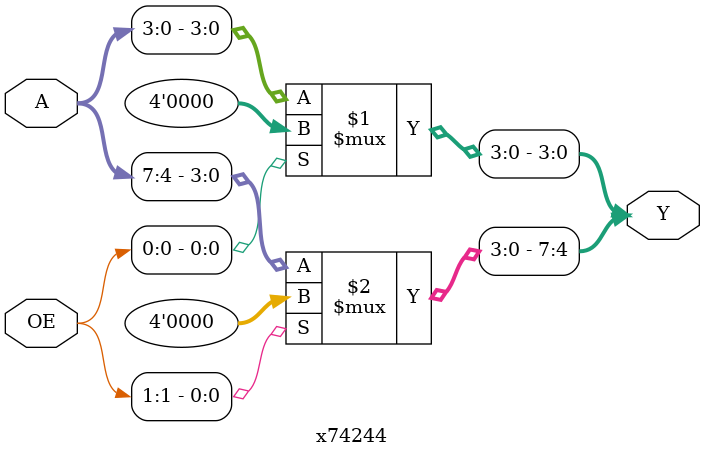
<source format=v>
module x74244(	// file.cleaned.mlir:2:3
  input  [7:0] A,	// file.cleaned.mlir:2:24
  input  [1:0] OE,	// file.cleaned.mlir:2:36
  output [7:0] Y	// file.cleaned.mlir:2:50
);

  assign Y = {OE[1] ? 4'h0 : A[7:4], OE[0] ? 4'h0 : A[3:0]};	// file.cleaned.mlir:3:14, :4:10, :5:10, :6:10, :7:10, :8:10, :9:10, :10:10, :11:5
endmodule


</source>
